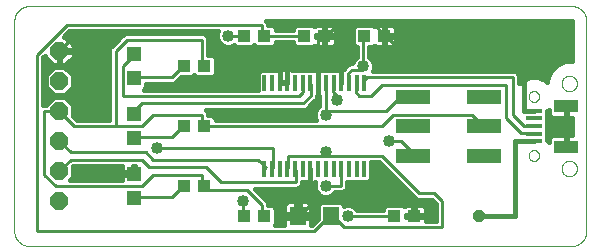
<source format=gtl>
G75*
%MOIN*%
%OFA0B0*%
%FSLAX25Y25*%
%IPPOS*%
%LPD*%
%AMOC8*
5,1,8,0,0,1.08239X$1,22.5*
%
%ADD10C,0.00000*%
%ADD11R,0.04331X0.03937*%
%ADD12R,0.05512X0.06299*%
%ADD13R,0.01370X0.05500*%
%ADD14OC8,0.06000*%
%ADD15R,0.04724X0.04724*%
%ADD16R,0.05315X0.01378*%
%ADD17R,0.08268X0.04331*%
%ADD18R,0.11811X0.04724*%
%ADD19C,0.01000*%
%ADD20C,0.04000*%
%ADD21C,0.01600*%
%ADD22OC8,0.03962*%
D10*
X0010800Y0005800D02*
X0191501Y0005800D01*
X0191641Y0005802D01*
X0191781Y0005808D01*
X0191921Y0005818D01*
X0192061Y0005831D01*
X0192200Y0005849D01*
X0192339Y0005871D01*
X0192476Y0005896D01*
X0192614Y0005925D01*
X0192750Y0005958D01*
X0192885Y0005995D01*
X0193019Y0006036D01*
X0193152Y0006081D01*
X0193284Y0006129D01*
X0193414Y0006181D01*
X0193543Y0006236D01*
X0193670Y0006295D01*
X0193796Y0006358D01*
X0193920Y0006424D01*
X0194041Y0006493D01*
X0194161Y0006566D01*
X0194279Y0006643D01*
X0194394Y0006722D01*
X0194508Y0006805D01*
X0194618Y0006891D01*
X0194727Y0006980D01*
X0194833Y0007072D01*
X0194936Y0007167D01*
X0195037Y0007264D01*
X0195134Y0007365D01*
X0195229Y0007468D01*
X0195321Y0007574D01*
X0195410Y0007683D01*
X0195496Y0007793D01*
X0195579Y0007907D01*
X0195658Y0008022D01*
X0195735Y0008140D01*
X0195808Y0008260D01*
X0195877Y0008381D01*
X0195943Y0008505D01*
X0196006Y0008631D01*
X0196065Y0008758D01*
X0196120Y0008887D01*
X0196172Y0009017D01*
X0196220Y0009149D01*
X0196265Y0009282D01*
X0196306Y0009416D01*
X0196343Y0009551D01*
X0196376Y0009687D01*
X0196405Y0009825D01*
X0196430Y0009962D01*
X0196452Y0010101D01*
X0196470Y0010240D01*
X0196483Y0010380D01*
X0196493Y0010520D01*
X0196499Y0010660D01*
X0196501Y0010800D01*
X0196501Y0080761D01*
X0196499Y0080901D01*
X0196493Y0081041D01*
X0196483Y0081181D01*
X0196470Y0081321D01*
X0196452Y0081460D01*
X0196430Y0081599D01*
X0196405Y0081736D01*
X0196376Y0081874D01*
X0196343Y0082010D01*
X0196306Y0082145D01*
X0196265Y0082279D01*
X0196220Y0082412D01*
X0196172Y0082544D01*
X0196120Y0082674D01*
X0196065Y0082803D01*
X0196006Y0082930D01*
X0195943Y0083056D01*
X0195877Y0083180D01*
X0195808Y0083301D01*
X0195735Y0083421D01*
X0195658Y0083539D01*
X0195579Y0083654D01*
X0195496Y0083768D01*
X0195410Y0083878D01*
X0195321Y0083987D01*
X0195229Y0084093D01*
X0195134Y0084196D01*
X0195037Y0084297D01*
X0194936Y0084394D01*
X0194833Y0084489D01*
X0194727Y0084581D01*
X0194618Y0084670D01*
X0194508Y0084756D01*
X0194394Y0084839D01*
X0194279Y0084918D01*
X0194161Y0084995D01*
X0194041Y0085068D01*
X0193920Y0085137D01*
X0193796Y0085203D01*
X0193670Y0085266D01*
X0193543Y0085325D01*
X0193414Y0085380D01*
X0193284Y0085432D01*
X0193152Y0085480D01*
X0193019Y0085525D01*
X0192885Y0085566D01*
X0192750Y0085603D01*
X0192614Y0085636D01*
X0192476Y0085665D01*
X0192339Y0085690D01*
X0192200Y0085712D01*
X0192061Y0085730D01*
X0191921Y0085743D01*
X0191781Y0085753D01*
X0191641Y0085759D01*
X0191501Y0085761D01*
X0010800Y0085761D01*
X0010660Y0085759D01*
X0010520Y0085753D01*
X0010380Y0085743D01*
X0010240Y0085730D01*
X0010101Y0085712D01*
X0009962Y0085690D01*
X0009825Y0085665D01*
X0009687Y0085636D01*
X0009551Y0085603D01*
X0009416Y0085566D01*
X0009282Y0085525D01*
X0009149Y0085480D01*
X0009017Y0085432D01*
X0008887Y0085380D01*
X0008758Y0085325D01*
X0008631Y0085266D01*
X0008505Y0085203D01*
X0008381Y0085137D01*
X0008260Y0085068D01*
X0008140Y0084995D01*
X0008022Y0084918D01*
X0007907Y0084839D01*
X0007793Y0084756D01*
X0007683Y0084670D01*
X0007574Y0084581D01*
X0007468Y0084489D01*
X0007365Y0084394D01*
X0007264Y0084297D01*
X0007167Y0084196D01*
X0007072Y0084093D01*
X0006980Y0083987D01*
X0006891Y0083878D01*
X0006805Y0083768D01*
X0006722Y0083654D01*
X0006643Y0083539D01*
X0006566Y0083421D01*
X0006493Y0083301D01*
X0006424Y0083180D01*
X0006358Y0083056D01*
X0006295Y0082930D01*
X0006236Y0082803D01*
X0006181Y0082674D01*
X0006129Y0082544D01*
X0006081Y0082412D01*
X0006036Y0082279D01*
X0005995Y0082145D01*
X0005958Y0082010D01*
X0005925Y0081874D01*
X0005896Y0081736D01*
X0005871Y0081599D01*
X0005849Y0081460D01*
X0005831Y0081321D01*
X0005818Y0081181D01*
X0005808Y0081041D01*
X0005802Y0080901D01*
X0005800Y0080761D01*
X0005800Y0010800D01*
X0005802Y0010660D01*
X0005808Y0010520D01*
X0005818Y0010380D01*
X0005831Y0010240D01*
X0005849Y0010101D01*
X0005871Y0009962D01*
X0005896Y0009825D01*
X0005925Y0009687D01*
X0005958Y0009551D01*
X0005995Y0009416D01*
X0006036Y0009282D01*
X0006081Y0009149D01*
X0006129Y0009017D01*
X0006181Y0008887D01*
X0006236Y0008758D01*
X0006295Y0008631D01*
X0006358Y0008505D01*
X0006424Y0008381D01*
X0006493Y0008260D01*
X0006566Y0008140D01*
X0006643Y0008022D01*
X0006722Y0007907D01*
X0006805Y0007793D01*
X0006891Y0007683D01*
X0006980Y0007574D01*
X0007072Y0007468D01*
X0007167Y0007365D01*
X0007264Y0007264D01*
X0007365Y0007167D01*
X0007468Y0007072D01*
X0007574Y0006980D01*
X0007683Y0006891D01*
X0007793Y0006805D01*
X0007907Y0006722D01*
X0008022Y0006643D01*
X0008140Y0006566D01*
X0008260Y0006493D01*
X0008381Y0006424D01*
X0008505Y0006358D01*
X0008631Y0006295D01*
X0008758Y0006236D01*
X0008887Y0006181D01*
X0009017Y0006129D01*
X0009149Y0006081D01*
X0009282Y0006036D01*
X0009416Y0005995D01*
X0009551Y0005958D01*
X0009687Y0005925D01*
X0009825Y0005896D01*
X0009962Y0005871D01*
X0010101Y0005849D01*
X0010240Y0005831D01*
X0010380Y0005818D01*
X0010520Y0005808D01*
X0010660Y0005802D01*
X0010800Y0005800D01*
X0177217Y0035957D02*
X0177219Y0036041D01*
X0177225Y0036124D01*
X0177235Y0036207D01*
X0177249Y0036290D01*
X0177266Y0036372D01*
X0177288Y0036453D01*
X0177313Y0036532D01*
X0177342Y0036611D01*
X0177375Y0036688D01*
X0177411Y0036763D01*
X0177451Y0036837D01*
X0177494Y0036909D01*
X0177541Y0036978D01*
X0177591Y0037045D01*
X0177644Y0037110D01*
X0177700Y0037172D01*
X0177758Y0037232D01*
X0177820Y0037289D01*
X0177884Y0037342D01*
X0177951Y0037393D01*
X0178020Y0037440D01*
X0178091Y0037485D01*
X0178164Y0037525D01*
X0178239Y0037562D01*
X0178316Y0037596D01*
X0178394Y0037626D01*
X0178473Y0037652D01*
X0178554Y0037675D01*
X0178636Y0037693D01*
X0178718Y0037708D01*
X0178801Y0037719D01*
X0178884Y0037726D01*
X0178968Y0037729D01*
X0179052Y0037728D01*
X0179135Y0037723D01*
X0179219Y0037714D01*
X0179301Y0037701D01*
X0179383Y0037685D01*
X0179464Y0037664D01*
X0179545Y0037640D01*
X0179623Y0037612D01*
X0179701Y0037580D01*
X0179777Y0037544D01*
X0179851Y0037505D01*
X0179923Y0037463D01*
X0179993Y0037417D01*
X0180061Y0037368D01*
X0180126Y0037316D01*
X0180189Y0037261D01*
X0180249Y0037203D01*
X0180307Y0037142D01*
X0180361Y0037078D01*
X0180413Y0037012D01*
X0180461Y0036944D01*
X0180506Y0036873D01*
X0180547Y0036800D01*
X0180586Y0036726D01*
X0180620Y0036650D01*
X0180651Y0036572D01*
X0180678Y0036493D01*
X0180702Y0036412D01*
X0180721Y0036331D01*
X0180737Y0036249D01*
X0180749Y0036166D01*
X0180757Y0036082D01*
X0180761Y0035999D01*
X0180761Y0035915D01*
X0180757Y0035832D01*
X0180749Y0035748D01*
X0180737Y0035665D01*
X0180721Y0035583D01*
X0180702Y0035502D01*
X0180678Y0035421D01*
X0180651Y0035342D01*
X0180620Y0035264D01*
X0180586Y0035188D01*
X0180547Y0035114D01*
X0180506Y0035041D01*
X0180461Y0034970D01*
X0180413Y0034902D01*
X0180361Y0034836D01*
X0180307Y0034772D01*
X0180249Y0034711D01*
X0180189Y0034653D01*
X0180126Y0034598D01*
X0180061Y0034546D01*
X0179993Y0034497D01*
X0179923Y0034451D01*
X0179851Y0034409D01*
X0179777Y0034370D01*
X0179701Y0034334D01*
X0179623Y0034302D01*
X0179545Y0034274D01*
X0179464Y0034250D01*
X0179383Y0034229D01*
X0179301Y0034213D01*
X0179219Y0034200D01*
X0179135Y0034191D01*
X0179052Y0034186D01*
X0178968Y0034185D01*
X0178884Y0034188D01*
X0178801Y0034195D01*
X0178718Y0034206D01*
X0178636Y0034221D01*
X0178554Y0034239D01*
X0178473Y0034262D01*
X0178394Y0034288D01*
X0178316Y0034318D01*
X0178239Y0034352D01*
X0178164Y0034389D01*
X0178091Y0034429D01*
X0178020Y0034474D01*
X0177951Y0034521D01*
X0177884Y0034572D01*
X0177820Y0034625D01*
X0177758Y0034682D01*
X0177700Y0034742D01*
X0177644Y0034804D01*
X0177591Y0034869D01*
X0177541Y0034936D01*
X0177494Y0035005D01*
X0177451Y0035077D01*
X0177411Y0035151D01*
X0177375Y0035226D01*
X0177342Y0035303D01*
X0177313Y0035382D01*
X0177288Y0035461D01*
X0177266Y0035542D01*
X0177249Y0035624D01*
X0177235Y0035707D01*
X0177225Y0035790D01*
X0177219Y0035873D01*
X0177217Y0035957D01*
X0188241Y0031627D02*
X0188243Y0031728D01*
X0188249Y0031829D01*
X0188259Y0031930D01*
X0188273Y0032030D01*
X0188291Y0032129D01*
X0188313Y0032228D01*
X0188338Y0032326D01*
X0188368Y0032423D01*
X0188401Y0032518D01*
X0188438Y0032612D01*
X0188479Y0032705D01*
X0188523Y0032796D01*
X0188571Y0032885D01*
X0188623Y0032972D01*
X0188678Y0033057D01*
X0188736Y0033139D01*
X0188797Y0033220D01*
X0188862Y0033298D01*
X0188929Y0033373D01*
X0188999Y0033445D01*
X0189073Y0033515D01*
X0189149Y0033582D01*
X0189227Y0033646D01*
X0189308Y0033706D01*
X0189391Y0033763D01*
X0189477Y0033817D01*
X0189565Y0033868D01*
X0189654Y0033915D01*
X0189745Y0033959D01*
X0189838Y0033998D01*
X0189933Y0034035D01*
X0190028Y0034067D01*
X0190125Y0034096D01*
X0190224Y0034120D01*
X0190322Y0034141D01*
X0190422Y0034158D01*
X0190522Y0034171D01*
X0190623Y0034180D01*
X0190724Y0034185D01*
X0190825Y0034186D01*
X0190926Y0034183D01*
X0191027Y0034176D01*
X0191128Y0034165D01*
X0191228Y0034150D01*
X0191327Y0034131D01*
X0191426Y0034108D01*
X0191523Y0034082D01*
X0191620Y0034051D01*
X0191715Y0034017D01*
X0191808Y0033979D01*
X0191901Y0033937D01*
X0191991Y0033892D01*
X0192080Y0033843D01*
X0192166Y0033791D01*
X0192250Y0033735D01*
X0192333Y0033676D01*
X0192412Y0033614D01*
X0192490Y0033549D01*
X0192564Y0033481D01*
X0192636Y0033409D01*
X0192705Y0033336D01*
X0192771Y0033259D01*
X0192834Y0033180D01*
X0192894Y0033098D01*
X0192950Y0033014D01*
X0193003Y0032928D01*
X0193053Y0032840D01*
X0193099Y0032750D01*
X0193142Y0032659D01*
X0193181Y0032565D01*
X0193216Y0032470D01*
X0193247Y0032374D01*
X0193275Y0032277D01*
X0193299Y0032179D01*
X0193319Y0032080D01*
X0193335Y0031980D01*
X0193347Y0031879D01*
X0193355Y0031779D01*
X0193359Y0031678D01*
X0193359Y0031576D01*
X0193355Y0031475D01*
X0193347Y0031375D01*
X0193335Y0031274D01*
X0193319Y0031174D01*
X0193299Y0031075D01*
X0193275Y0030977D01*
X0193247Y0030880D01*
X0193216Y0030784D01*
X0193181Y0030689D01*
X0193142Y0030595D01*
X0193099Y0030504D01*
X0193053Y0030414D01*
X0193003Y0030326D01*
X0192950Y0030240D01*
X0192894Y0030156D01*
X0192834Y0030074D01*
X0192771Y0029995D01*
X0192705Y0029918D01*
X0192636Y0029845D01*
X0192564Y0029773D01*
X0192490Y0029705D01*
X0192412Y0029640D01*
X0192333Y0029578D01*
X0192250Y0029519D01*
X0192166Y0029463D01*
X0192079Y0029411D01*
X0191991Y0029362D01*
X0191901Y0029317D01*
X0191808Y0029275D01*
X0191715Y0029237D01*
X0191620Y0029203D01*
X0191523Y0029172D01*
X0191426Y0029146D01*
X0191327Y0029123D01*
X0191228Y0029104D01*
X0191128Y0029089D01*
X0191027Y0029078D01*
X0190926Y0029071D01*
X0190825Y0029068D01*
X0190724Y0029069D01*
X0190623Y0029074D01*
X0190522Y0029083D01*
X0190422Y0029096D01*
X0190322Y0029113D01*
X0190224Y0029134D01*
X0190125Y0029158D01*
X0190028Y0029187D01*
X0189933Y0029219D01*
X0189838Y0029256D01*
X0189745Y0029295D01*
X0189654Y0029339D01*
X0189565Y0029386D01*
X0189477Y0029437D01*
X0189391Y0029491D01*
X0189308Y0029548D01*
X0189227Y0029608D01*
X0189149Y0029672D01*
X0189073Y0029739D01*
X0188999Y0029809D01*
X0188929Y0029881D01*
X0188862Y0029956D01*
X0188797Y0030034D01*
X0188736Y0030115D01*
X0188678Y0030197D01*
X0188623Y0030282D01*
X0188571Y0030369D01*
X0188523Y0030458D01*
X0188479Y0030549D01*
X0188438Y0030642D01*
X0188401Y0030736D01*
X0188368Y0030831D01*
X0188338Y0030928D01*
X0188313Y0031026D01*
X0188291Y0031125D01*
X0188273Y0031224D01*
X0188259Y0031324D01*
X0188249Y0031425D01*
X0188243Y0031526D01*
X0188241Y0031627D01*
X0177217Y0055643D02*
X0177219Y0055727D01*
X0177225Y0055810D01*
X0177235Y0055893D01*
X0177249Y0055976D01*
X0177266Y0056058D01*
X0177288Y0056139D01*
X0177313Y0056218D01*
X0177342Y0056297D01*
X0177375Y0056374D01*
X0177411Y0056449D01*
X0177451Y0056523D01*
X0177494Y0056595D01*
X0177541Y0056664D01*
X0177591Y0056731D01*
X0177644Y0056796D01*
X0177700Y0056858D01*
X0177758Y0056918D01*
X0177820Y0056975D01*
X0177884Y0057028D01*
X0177951Y0057079D01*
X0178020Y0057126D01*
X0178091Y0057171D01*
X0178164Y0057211D01*
X0178239Y0057248D01*
X0178316Y0057282D01*
X0178394Y0057312D01*
X0178473Y0057338D01*
X0178554Y0057361D01*
X0178636Y0057379D01*
X0178718Y0057394D01*
X0178801Y0057405D01*
X0178884Y0057412D01*
X0178968Y0057415D01*
X0179052Y0057414D01*
X0179135Y0057409D01*
X0179219Y0057400D01*
X0179301Y0057387D01*
X0179383Y0057371D01*
X0179464Y0057350D01*
X0179545Y0057326D01*
X0179623Y0057298D01*
X0179701Y0057266D01*
X0179777Y0057230D01*
X0179851Y0057191D01*
X0179923Y0057149D01*
X0179993Y0057103D01*
X0180061Y0057054D01*
X0180126Y0057002D01*
X0180189Y0056947D01*
X0180249Y0056889D01*
X0180307Y0056828D01*
X0180361Y0056764D01*
X0180413Y0056698D01*
X0180461Y0056630D01*
X0180506Y0056559D01*
X0180547Y0056486D01*
X0180586Y0056412D01*
X0180620Y0056336D01*
X0180651Y0056258D01*
X0180678Y0056179D01*
X0180702Y0056098D01*
X0180721Y0056017D01*
X0180737Y0055935D01*
X0180749Y0055852D01*
X0180757Y0055768D01*
X0180761Y0055685D01*
X0180761Y0055601D01*
X0180757Y0055518D01*
X0180749Y0055434D01*
X0180737Y0055351D01*
X0180721Y0055269D01*
X0180702Y0055188D01*
X0180678Y0055107D01*
X0180651Y0055028D01*
X0180620Y0054950D01*
X0180586Y0054874D01*
X0180547Y0054800D01*
X0180506Y0054727D01*
X0180461Y0054656D01*
X0180413Y0054588D01*
X0180361Y0054522D01*
X0180307Y0054458D01*
X0180249Y0054397D01*
X0180189Y0054339D01*
X0180126Y0054284D01*
X0180061Y0054232D01*
X0179993Y0054183D01*
X0179923Y0054137D01*
X0179851Y0054095D01*
X0179777Y0054056D01*
X0179701Y0054020D01*
X0179623Y0053988D01*
X0179545Y0053960D01*
X0179464Y0053936D01*
X0179383Y0053915D01*
X0179301Y0053899D01*
X0179219Y0053886D01*
X0179135Y0053877D01*
X0179052Y0053872D01*
X0178968Y0053871D01*
X0178884Y0053874D01*
X0178801Y0053881D01*
X0178718Y0053892D01*
X0178636Y0053907D01*
X0178554Y0053925D01*
X0178473Y0053948D01*
X0178394Y0053974D01*
X0178316Y0054004D01*
X0178239Y0054038D01*
X0178164Y0054075D01*
X0178091Y0054115D01*
X0178020Y0054160D01*
X0177951Y0054207D01*
X0177884Y0054258D01*
X0177820Y0054311D01*
X0177758Y0054368D01*
X0177700Y0054428D01*
X0177644Y0054490D01*
X0177591Y0054555D01*
X0177541Y0054622D01*
X0177494Y0054691D01*
X0177451Y0054763D01*
X0177411Y0054837D01*
X0177375Y0054912D01*
X0177342Y0054989D01*
X0177313Y0055068D01*
X0177288Y0055147D01*
X0177266Y0055228D01*
X0177249Y0055310D01*
X0177235Y0055393D01*
X0177225Y0055476D01*
X0177219Y0055559D01*
X0177217Y0055643D01*
X0188241Y0059973D02*
X0188243Y0060074D01*
X0188249Y0060175D01*
X0188259Y0060276D01*
X0188273Y0060376D01*
X0188291Y0060475D01*
X0188313Y0060574D01*
X0188338Y0060672D01*
X0188368Y0060769D01*
X0188401Y0060864D01*
X0188438Y0060958D01*
X0188479Y0061051D01*
X0188523Y0061142D01*
X0188571Y0061231D01*
X0188623Y0061318D01*
X0188678Y0061403D01*
X0188736Y0061485D01*
X0188797Y0061566D01*
X0188862Y0061644D01*
X0188929Y0061719D01*
X0188999Y0061791D01*
X0189073Y0061861D01*
X0189149Y0061928D01*
X0189227Y0061992D01*
X0189308Y0062052D01*
X0189391Y0062109D01*
X0189477Y0062163D01*
X0189565Y0062214D01*
X0189654Y0062261D01*
X0189745Y0062305D01*
X0189838Y0062344D01*
X0189933Y0062381D01*
X0190028Y0062413D01*
X0190125Y0062442D01*
X0190224Y0062466D01*
X0190322Y0062487D01*
X0190422Y0062504D01*
X0190522Y0062517D01*
X0190623Y0062526D01*
X0190724Y0062531D01*
X0190825Y0062532D01*
X0190926Y0062529D01*
X0191027Y0062522D01*
X0191128Y0062511D01*
X0191228Y0062496D01*
X0191327Y0062477D01*
X0191426Y0062454D01*
X0191523Y0062428D01*
X0191620Y0062397D01*
X0191715Y0062363D01*
X0191808Y0062325D01*
X0191901Y0062283D01*
X0191991Y0062238D01*
X0192080Y0062189D01*
X0192166Y0062137D01*
X0192250Y0062081D01*
X0192333Y0062022D01*
X0192412Y0061960D01*
X0192490Y0061895D01*
X0192564Y0061827D01*
X0192636Y0061755D01*
X0192705Y0061682D01*
X0192771Y0061605D01*
X0192834Y0061526D01*
X0192894Y0061444D01*
X0192950Y0061360D01*
X0193003Y0061274D01*
X0193053Y0061186D01*
X0193099Y0061096D01*
X0193142Y0061005D01*
X0193181Y0060911D01*
X0193216Y0060816D01*
X0193247Y0060720D01*
X0193275Y0060623D01*
X0193299Y0060525D01*
X0193319Y0060426D01*
X0193335Y0060326D01*
X0193347Y0060225D01*
X0193355Y0060125D01*
X0193359Y0060024D01*
X0193359Y0059922D01*
X0193355Y0059821D01*
X0193347Y0059721D01*
X0193335Y0059620D01*
X0193319Y0059520D01*
X0193299Y0059421D01*
X0193275Y0059323D01*
X0193247Y0059226D01*
X0193216Y0059130D01*
X0193181Y0059035D01*
X0193142Y0058941D01*
X0193099Y0058850D01*
X0193053Y0058760D01*
X0193003Y0058672D01*
X0192950Y0058586D01*
X0192894Y0058502D01*
X0192834Y0058420D01*
X0192771Y0058341D01*
X0192705Y0058264D01*
X0192636Y0058191D01*
X0192564Y0058119D01*
X0192490Y0058051D01*
X0192412Y0057986D01*
X0192333Y0057924D01*
X0192250Y0057865D01*
X0192166Y0057809D01*
X0192079Y0057757D01*
X0191991Y0057708D01*
X0191901Y0057663D01*
X0191808Y0057621D01*
X0191715Y0057583D01*
X0191620Y0057549D01*
X0191523Y0057518D01*
X0191426Y0057492D01*
X0191327Y0057469D01*
X0191228Y0057450D01*
X0191128Y0057435D01*
X0191027Y0057424D01*
X0190926Y0057417D01*
X0190825Y0057414D01*
X0190724Y0057415D01*
X0190623Y0057420D01*
X0190522Y0057429D01*
X0190422Y0057442D01*
X0190322Y0057459D01*
X0190224Y0057480D01*
X0190125Y0057504D01*
X0190028Y0057533D01*
X0189933Y0057565D01*
X0189838Y0057602D01*
X0189745Y0057641D01*
X0189654Y0057685D01*
X0189565Y0057732D01*
X0189477Y0057783D01*
X0189391Y0057837D01*
X0189308Y0057894D01*
X0189227Y0057954D01*
X0189149Y0058018D01*
X0189073Y0058085D01*
X0188999Y0058155D01*
X0188929Y0058227D01*
X0188862Y0058302D01*
X0188797Y0058380D01*
X0188736Y0058461D01*
X0188678Y0058543D01*
X0188623Y0058628D01*
X0188571Y0058715D01*
X0188523Y0058804D01*
X0188479Y0058895D01*
X0188438Y0058988D01*
X0188401Y0059082D01*
X0188368Y0059177D01*
X0188338Y0059274D01*
X0188313Y0059372D01*
X0188291Y0059471D01*
X0188273Y0059570D01*
X0188259Y0059670D01*
X0188249Y0059771D01*
X0188243Y0059872D01*
X0188241Y0059973D01*
D11*
X0129146Y0075800D03*
X0122454Y0075800D03*
X0109146Y0075800D03*
X0102454Y0075800D03*
X0089146Y0075800D03*
X0082454Y0075800D03*
X0069146Y0065800D03*
X0062454Y0065800D03*
X0062454Y0045800D03*
X0069146Y0045800D03*
X0069146Y0025800D03*
X0062454Y0025800D03*
X0082454Y0015800D03*
X0089146Y0015800D03*
X0132454Y0015800D03*
X0139146Y0015800D03*
D12*
X0111312Y0015800D03*
X0100288Y0015800D03*
D13*
X0099402Y0031406D03*
X0096843Y0031406D03*
X0094284Y0031406D03*
X0091725Y0031406D03*
X0089166Y0031406D03*
X0101961Y0031406D03*
X0104520Y0031406D03*
X0107080Y0031406D03*
X0109639Y0031406D03*
X0112198Y0031406D03*
X0114757Y0031406D03*
X0117316Y0031406D03*
X0119875Y0031406D03*
X0122434Y0031406D03*
X0122434Y0060194D03*
X0119875Y0060194D03*
X0117316Y0060194D03*
X0114757Y0060194D03*
X0112198Y0060194D03*
X0109639Y0060194D03*
X0107080Y0060194D03*
X0104520Y0060194D03*
X0101961Y0060194D03*
X0099402Y0060194D03*
X0096843Y0060194D03*
X0094284Y0060194D03*
X0091725Y0060194D03*
X0089166Y0060194D03*
D14*
X0020800Y0060800D03*
X0020800Y0050800D03*
X0020800Y0040800D03*
X0020800Y0030800D03*
X0020800Y0020800D03*
X0020800Y0070800D03*
D15*
X0045800Y0069934D03*
X0045800Y0061666D03*
X0045800Y0049934D03*
X0045800Y0041666D03*
X0045800Y0029934D03*
X0045800Y0021666D03*
D16*
X0178989Y0040682D03*
X0178989Y0043241D03*
X0178989Y0045800D03*
X0178989Y0048359D03*
X0178989Y0050918D03*
D17*
X0189831Y0052375D03*
X0189831Y0038831D03*
D18*
X0162335Y0035839D03*
X0162335Y0045682D03*
X0162335Y0055524D03*
X0138713Y0055524D03*
X0138713Y0045682D03*
X0138713Y0035839D03*
D19*
X0138300Y0037050D01*
X0134550Y0040800D01*
X0130800Y0040800D01*
X0128300Y0035800D02*
X0140800Y0023300D01*
X0145800Y0023300D01*
X0148300Y0020800D01*
X0148300Y0012050D01*
X0115800Y0012050D01*
X0112050Y0015800D01*
X0111312Y0015800D01*
X0110800Y0015800D01*
X0105800Y0010800D01*
X0013300Y0010800D01*
X0013300Y0069550D01*
X0023300Y0079550D01*
X0088300Y0079550D01*
X0088300Y0075800D01*
X0089146Y0075800D01*
X0102454Y0075800D01*
X0107050Y0075800D02*
X0109146Y0075800D01*
X0109550Y0075800D01*
X0113300Y0079550D01*
X0125800Y0079550D01*
X0129550Y0075800D01*
X0129146Y0075800D01*
X0129550Y0075800D02*
X0134550Y0070800D01*
X0122454Y0075800D02*
X0122050Y0075800D01*
X0122050Y0065800D01*
X0122050Y0064550D01*
X0118300Y0064550D01*
X0117050Y0063300D01*
X0117050Y0060800D01*
X0117316Y0060194D01*
X0119550Y0059550D02*
X0119875Y0060194D01*
X0119550Y0059550D02*
X0119550Y0057050D01*
X0120800Y0055800D01*
X0124550Y0055800D01*
X0128300Y0059550D01*
X0169550Y0059550D01*
X0169550Y0048300D01*
X0174550Y0043300D01*
X0178300Y0043300D01*
X0178989Y0043241D01*
X0178989Y0045800D02*
X0175800Y0045800D01*
X0172050Y0049550D01*
X0172050Y0062050D01*
X0123300Y0062050D01*
X0122050Y0060800D01*
X0122434Y0060194D01*
X0114757Y0060194D02*
X0114550Y0060800D01*
X0114550Y0064550D01*
X0107050Y0064550D01*
X0097050Y0064550D01*
X0089550Y0072050D01*
X0074550Y0072050D01*
X0069550Y0077050D01*
X0027050Y0077050D01*
X0020800Y0070800D01*
X0039550Y0070800D02*
X0039550Y0045800D01*
X0048300Y0045800D01*
X0052050Y0049550D01*
X0068300Y0049550D01*
X0068300Y0045800D01*
X0069146Y0045800D01*
X0128300Y0045800D01*
X0132050Y0049550D01*
X0158300Y0049550D01*
X0162050Y0045800D01*
X0162335Y0045682D01*
X0186550Y0044550D02*
X0189550Y0044550D01*
X0189550Y0039550D01*
X0189831Y0038831D01*
X0189550Y0044550D02*
X0189550Y0052050D01*
X0189831Y0052375D01*
X0138713Y0055524D02*
X0138300Y0054550D01*
X0133300Y0054550D01*
X0129550Y0050800D01*
X0109550Y0050800D01*
X0109550Y0049550D01*
X0109550Y0050800D02*
X0109550Y0059550D01*
X0109639Y0060194D01*
X0112050Y0059550D02*
X0112198Y0060194D01*
X0112050Y0059550D02*
X0112050Y0057050D01*
X0113300Y0055800D01*
X0113300Y0054550D01*
X0104550Y0055800D02*
X0104550Y0059550D01*
X0104520Y0060194D01*
X0102050Y0059550D02*
X0101961Y0060194D01*
X0102050Y0059550D02*
X0102050Y0057050D01*
X0100800Y0055800D01*
X0042050Y0055800D01*
X0042050Y0065800D01*
X0045800Y0069550D01*
X0045800Y0069934D01*
X0043300Y0074550D02*
X0039550Y0070800D01*
X0043300Y0074550D02*
X0068300Y0074550D01*
X0068300Y0065800D01*
X0069146Y0065800D01*
X0062454Y0065800D02*
X0062050Y0065800D01*
X0058300Y0062050D01*
X0045800Y0062050D01*
X0045800Y0061666D01*
X0048300Y0053300D02*
X0102050Y0053300D01*
X0104550Y0055800D01*
X0107080Y0060194D02*
X0107050Y0060800D01*
X0107050Y0064550D01*
X0107050Y0075800D01*
X0097050Y0064550D02*
X0097050Y0060800D01*
X0096843Y0060194D01*
X0097050Y0060800D02*
X0094550Y0060800D01*
X0094284Y0060194D01*
X0082454Y0075800D02*
X0077050Y0075800D01*
X0048300Y0053300D02*
X0045800Y0050800D01*
X0045800Y0049934D01*
X0039550Y0045800D02*
X0025800Y0045800D01*
X0020800Y0050800D01*
X0015800Y0050800D01*
X0015800Y0029550D01*
X0019550Y0025800D01*
X0048300Y0025800D01*
X0052050Y0029550D01*
X0068300Y0029550D01*
X0068300Y0025800D01*
X0069146Y0025800D01*
X0069550Y0025800D01*
X0070800Y0024550D01*
X0083300Y0024550D01*
X0088300Y0019550D01*
X0088300Y0015800D01*
X0089146Y0015800D01*
X0082454Y0015800D02*
X0082050Y0015800D01*
X0082050Y0020800D01*
X0074550Y0027050D02*
X0069550Y0032050D01*
X0050800Y0032050D01*
X0048300Y0034550D01*
X0024550Y0034550D01*
X0020800Y0030800D01*
X0024550Y0037050D02*
X0020800Y0040800D01*
X0024550Y0037050D02*
X0049550Y0037050D01*
X0052050Y0034550D01*
X0087050Y0034550D01*
X0089550Y0032050D01*
X0089166Y0031406D01*
X0091725Y0031406D02*
X0092050Y0032050D01*
X0092050Y0038300D01*
X0053300Y0038300D01*
X0058300Y0042050D02*
X0045800Y0042050D01*
X0045800Y0041666D01*
X0058300Y0042050D02*
X0062050Y0045800D01*
X0062454Y0045800D01*
X0045800Y0030800D02*
X0037050Y0030800D01*
X0045800Y0030800D02*
X0045800Y0029934D01*
X0045800Y0022050D02*
X0045800Y0021666D01*
X0045800Y0022050D02*
X0058300Y0022050D01*
X0062050Y0025800D01*
X0062454Y0025800D01*
X0074550Y0027050D02*
X0099550Y0027050D01*
X0099550Y0030800D01*
X0099402Y0031406D01*
X0097050Y0032050D02*
X0096843Y0031406D01*
X0097050Y0032050D02*
X0097050Y0035800D01*
X0109550Y0035800D01*
X0109550Y0037050D01*
X0109550Y0035800D02*
X0128300Y0035800D01*
X0114757Y0031406D02*
X0114550Y0030800D01*
X0114550Y0025800D01*
X0109550Y0025800D01*
X0105800Y0020800D02*
X0104550Y0020800D01*
X0104550Y0030800D01*
X0104520Y0031406D01*
X0105800Y0020800D02*
X0100800Y0015800D01*
X0100288Y0015800D01*
X0105800Y0020800D02*
X0138300Y0020800D01*
X0138300Y0015800D01*
X0139146Y0015800D01*
X0132454Y0015800D02*
X0117050Y0015800D01*
D20*
X0117050Y0015800D03*
X0138300Y0020800D03*
X0109550Y0025800D03*
X0109550Y0037050D03*
X0130800Y0040800D03*
X0109550Y0049550D03*
X0113300Y0054550D03*
X0122050Y0065800D03*
X0134550Y0070800D03*
X0077050Y0075800D03*
X0053300Y0038300D03*
X0037050Y0030800D03*
X0082050Y0020800D03*
X0186550Y0044550D03*
D21*
X0183246Y0044164D02*
X0191701Y0044164D01*
X0191701Y0045763D02*
X0183246Y0045763D01*
X0183246Y0047361D02*
X0191701Y0047361D01*
X0191701Y0048409D02*
X0190114Y0048409D01*
X0190114Y0052092D01*
X0189549Y0052092D01*
X0189549Y0048409D01*
X0185461Y0048409D01*
X0185003Y0048532D01*
X0184592Y0048769D01*
X0184257Y0049104D01*
X0184020Y0049515D01*
X0183898Y0049972D01*
X0183898Y0051257D01*
X0183446Y0050806D01*
X0183446Y0049992D01*
X0183324Y0049534D01*
X0183246Y0049400D01*
X0183246Y0040994D01*
X0183898Y0040343D01*
X0183898Y0041234D01*
X0184020Y0041692D01*
X0184257Y0042102D01*
X0184592Y0042437D01*
X0185003Y0042674D01*
X0185461Y0042797D01*
X0189549Y0042797D01*
X0189549Y0039114D01*
X0190114Y0039114D01*
X0190114Y0042797D01*
X0191701Y0042797D01*
X0191701Y0048409D01*
X0190114Y0048960D02*
X0189549Y0048960D01*
X0189549Y0050558D02*
X0190114Y0050558D01*
X0184402Y0048960D02*
X0183246Y0048960D01*
X0183446Y0050558D02*
X0183898Y0050558D01*
X0178989Y0050918D02*
X0175800Y0050918D01*
X0175800Y0073800D01*
X0134550Y0073800D01*
X0134550Y0070800D01*
X0132007Y0072154D02*
X0131549Y0072031D01*
X0129331Y0072031D01*
X0129331Y0075616D01*
X0129331Y0075984D01*
X0133112Y0075984D01*
X0133112Y0078005D01*
X0132989Y0078463D01*
X0132752Y0078874D01*
X0132417Y0079209D01*
X0132007Y0079446D01*
X0131549Y0079568D01*
X0129331Y0079568D01*
X0129331Y0075984D01*
X0128962Y0075984D01*
X0128962Y0079568D01*
X0126744Y0079568D01*
X0126286Y0079446D01*
X0125876Y0079209D01*
X0125659Y0078992D01*
X0125282Y0079368D01*
X0119625Y0079368D01*
X0118688Y0078431D01*
X0118688Y0073169D01*
X0119625Y0072231D01*
X0119950Y0072231D01*
X0119950Y0068791D01*
X0118998Y0067839D01*
X0118505Y0066650D01*
X0117430Y0066650D01*
X0116180Y0065400D01*
X0115524Y0064744D01*
X0114757Y0064744D01*
X0114757Y0060194D01*
X0114757Y0060194D01*
X0114757Y0064744D01*
X0113835Y0064744D01*
X0113377Y0064621D01*
X0113243Y0064544D01*
X0108593Y0064544D01*
X0108459Y0064621D01*
X0108002Y0064744D01*
X0107080Y0064744D01*
X0107080Y0060194D01*
X0107079Y0060194D01*
X0107079Y0064744D01*
X0106158Y0064744D01*
X0105700Y0064621D01*
X0105566Y0064544D01*
X0098357Y0064544D01*
X0098223Y0064621D01*
X0097765Y0064744D01*
X0096843Y0064744D01*
X0095921Y0064744D01*
X0095564Y0064648D01*
X0095206Y0064744D01*
X0094284Y0064744D01*
X0093362Y0064744D01*
X0092904Y0064621D01*
X0092770Y0064544D01*
X0087818Y0064544D01*
X0086881Y0063606D01*
X0086881Y0057900D01*
X0049021Y0057900D01*
X0049762Y0058641D01*
X0049762Y0059950D01*
X0059170Y0059950D01*
X0060400Y0061180D01*
X0061451Y0062231D01*
X0065282Y0062231D01*
X0065800Y0062750D01*
X0066318Y0062231D01*
X0071975Y0062231D01*
X0072912Y0063169D01*
X0072912Y0068431D01*
X0071975Y0069368D01*
X0070400Y0069368D01*
X0070400Y0075420D01*
X0069170Y0076650D01*
X0042430Y0076650D01*
X0038680Y0072900D01*
X0037450Y0071670D01*
X0037450Y0047900D01*
X0026670Y0047900D01*
X0025400Y0049170D01*
X0025400Y0052705D01*
X0022705Y0055400D01*
X0018895Y0055400D01*
X0016395Y0052900D01*
X0015400Y0052900D01*
X0015400Y0068680D01*
X0016000Y0069280D01*
X0016000Y0068812D01*
X0018812Y0066000D01*
X0020600Y0066000D01*
X0020600Y0070600D01*
X0021000Y0070600D01*
X0021000Y0071000D01*
X0025600Y0071000D01*
X0025600Y0072788D01*
X0022788Y0075600D01*
X0022320Y0075600D01*
X0024170Y0077450D01*
X0073837Y0077450D01*
X0073450Y0076516D01*
X0073450Y0075084D01*
X0073998Y0073761D01*
X0075011Y0072748D01*
X0076334Y0072200D01*
X0077766Y0072200D01*
X0079089Y0072748D01*
X0079099Y0072758D01*
X0079625Y0072231D01*
X0085282Y0072231D01*
X0085800Y0072750D01*
X0086318Y0072231D01*
X0091975Y0072231D01*
X0092912Y0073169D01*
X0092912Y0073700D01*
X0098688Y0073700D01*
X0098688Y0073169D01*
X0099625Y0072231D01*
X0105282Y0072231D01*
X0105659Y0072608D01*
X0105876Y0072391D01*
X0106286Y0072154D01*
X0106744Y0072031D01*
X0108962Y0072031D01*
X0108962Y0075616D01*
X0106219Y0075616D01*
X0106219Y0075984D01*
X0108962Y0075984D01*
X0108962Y0075616D01*
X0109331Y0075616D01*
X0109331Y0075984D01*
X0113112Y0075984D01*
X0113112Y0078005D01*
X0112989Y0078463D01*
X0112752Y0078874D01*
X0112417Y0079209D01*
X0112007Y0079446D01*
X0111549Y0079568D01*
X0109331Y0079568D01*
X0109331Y0075984D01*
X0108962Y0075984D01*
X0108962Y0079568D01*
X0106744Y0079568D01*
X0106286Y0079446D01*
X0105876Y0079209D01*
X0105659Y0078992D01*
X0105282Y0079368D01*
X0099625Y0079368D01*
X0098688Y0078431D01*
X0098688Y0077900D01*
X0092912Y0077900D01*
X0092912Y0078431D01*
X0091975Y0079368D01*
X0090400Y0079368D01*
X0090400Y0080420D01*
X0089859Y0080961D01*
X0191501Y0080961D01*
X0191532Y0080958D01*
X0191592Y0080939D01*
X0191642Y0080902D01*
X0191679Y0080851D01*
X0191698Y0080792D01*
X0191701Y0080761D01*
X0191701Y0067332D01*
X0189336Y0067332D01*
X0186631Y0066212D01*
X0184561Y0064142D01*
X0183441Y0061437D01*
X0183441Y0060484D01*
X0182712Y0061214D01*
X0180296Y0062214D01*
X0177682Y0062214D01*
X0175266Y0061214D01*
X0174150Y0060097D01*
X0174150Y0062920D01*
X0172920Y0064150D01*
X0125263Y0064150D01*
X0125650Y0065084D01*
X0125650Y0066516D01*
X0125102Y0067839D01*
X0124150Y0068791D01*
X0124150Y0072231D01*
X0125282Y0072231D01*
X0125659Y0072608D01*
X0125876Y0072391D01*
X0126286Y0072154D01*
X0126744Y0072031D01*
X0128962Y0072031D01*
X0128962Y0075616D01*
X0129331Y0075616D01*
X0133112Y0075616D01*
X0133112Y0073595D01*
X0132989Y0073137D01*
X0132752Y0072726D01*
X0132417Y0072391D01*
X0132007Y0072154D01*
X0132874Y0072937D02*
X0191701Y0072937D01*
X0191701Y0071339D02*
X0124150Y0071339D01*
X0124150Y0069740D02*
X0191701Y0069740D01*
X0191701Y0068142D02*
X0124799Y0068142D01*
X0125639Y0066543D02*
X0187432Y0066543D01*
X0185364Y0064945D02*
X0125592Y0064945D01*
X0119301Y0068142D02*
X0072912Y0068142D01*
X0072912Y0066543D02*
X0117324Y0066543D01*
X0115725Y0064945D02*
X0072912Y0064945D01*
X0072912Y0063346D02*
X0086881Y0063346D01*
X0086881Y0061748D02*
X0060968Y0061748D01*
X0059369Y0060149D02*
X0086881Y0060149D01*
X0086881Y0058551D02*
X0049672Y0058551D01*
X0037450Y0058551D02*
X0025056Y0058551D01*
X0025400Y0058895D02*
X0022705Y0056200D01*
X0018895Y0056200D01*
X0016200Y0058895D01*
X0016200Y0062705D01*
X0018895Y0065400D01*
X0022705Y0065400D01*
X0025400Y0062705D01*
X0025400Y0058895D01*
X0025400Y0060149D02*
X0037450Y0060149D01*
X0037450Y0061748D02*
X0025400Y0061748D01*
X0024759Y0063346D02*
X0037450Y0063346D01*
X0037450Y0064945D02*
X0023160Y0064945D01*
X0022788Y0066000D02*
X0021000Y0066000D01*
X0021000Y0070600D01*
X0025600Y0070600D01*
X0025600Y0068812D01*
X0022788Y0066000D01*
X0023332Y0066543D02*
X0037450Y0066543D01*
X0037450Y0068142D02*
X0024930Y0068142D01*
X0025600Y0069740D02*
X0037450Y0069740D01*
X0037450Y0071339D02*
X0025600Y0071339D01*
X0025451Y0072937D02*
X0038718Y0072937D01*
X0040316Y0074536D02*
X0023852Y0074536D01*
X0022854Y0076134D02*
X0041915Y0076134D01*
X0021000Y0069740D02*
X0020600Y0069740D01*
X0020600Y0068142D02*
X0021000Y0068142D01*
X0021000Y0066543D02*
X0020600Y0066543D01*
X0018268Y0066543D02*
X0015400Y0066543D01*
X0015400Y0068142D02*
X0016670Y0068142D01*
X0015400Y0064945D02*
X0018440Y0064945D01*
X0016841Y0063346D02*
X0015400Y0063346D01*
X0015400Y0061748D02*
X0016200Y0061748D01*
X0016200Y0060149D02*
X0015400Y0060149D01*
X0015400Y0058551D02*
X0016544Y0058551D01*
X0015400Y0056952D02*
X0018142Y0056952D01*
X0018848Y0055354D02*
X0015400Y0055354D01*
X0015400Y0053755D02*
X0017250Y0053755D01*
X0022752Y0055354D02*
X0037450Y0055354D01*
X0037450Y0056952D02*
X0023458Y0056952D01*
X0024350Y0053755D02*
X0037450Y0053755D01*
X0037450Y0052157D02*
X0025400Y0052157D01*
X0025400Y0050558D02*
X0037450Y0050558D01*
X0037450Y0048960D02*
X0025610Y0048960D01*
X0025420Y0032450D02*
X0041638Y0032450D01*
X0041638Y0030315D01*
X0045419Y0030315D01*
X0045419Y0032450D01*
X0046181Y0032450D01*
X0046181Y0030315D01*
X0045419Y0030315D01*
X0045419Y0029553D01*
X0041638Y0029553D01*
X0041638Y0027900D01*
X0024405Y0027900D01*
X0025400Y0028895D01*
X0025400Y0032430D01*
X0025420Y0032450D01*
X0025400Y0031376D02*
X0041638Y0031376D01*
X0045419Y0031376D02*
X0046181Y0031376D01*
X0045419Y0029778D02*
X0025400Y0029778D01*
X0024685Y0028179D02*
X0041638Y0028179D01*
X0072912Y0047900D02*
X0072912Y0048431D01*
X0071975Y0049368D01*
X0070400Y0049368D01*
X0070400Y0050420D01*
X0069620Y0051200D01*
X0102920Y0051200D01*
X0105420Y0053700D01*
X0106650Y0054930D01*
X0106650Y0055644D01*
X0107079Y0055644D01*
X0107079Y0060194D01*
X0107080Y0060194D01*
X0107080Y0055644D01*
X0107450Y0055644D01*
X0107450Y0052541D01*
X0106498Y0051589D01*
X0105950Y0050266D01*
X0105950Y0048834D01*
X0106337Y0047900D01*
X0072912Y0047900D01*
X0072383Y0048960D02*
X0105950Y0048960D01*
X0106071Y0050558D02*
X0070262Y0050558D01*
X0094284Y0060194D02*
X0094284Y0064744D01*
X0094284Y0060194D01*
X0094284Y0060194D01*
X0096843Y0060194D01*
X0096843Y0064744D01*
X0096843Y0060194D01*
X0096843Y0060194D01*
X0096843Y0060194D01*
X0094358Y0060194D01*
X0094284Y0060194D01*
X0094284Y0060194D01*
X0094284Y0061748D02*
X0094284Y0061748D01*
X0094284Y0063346D02*
X0094284Y0063346D01*
X0096843Y0063346D02*
X0096843Y0063346D01*
X0096843Y0061748D02*
X0096843Y0061748D01*
X0107079Y0061748D02*
X0107080Y0061748D01*
X0107079Y0060149D02*
X0107080Y0060149D01*
X0107079Y0058551D02*
X0107080Y0058551D01*
X0107079Y0056952D02*
X0107080Y0056952D01*
X0107450Y0055354D02*
X0106650Y0055354D01*
X0107450Y0053755D02*
X0105475Y0053755D01*
X0107066Y0052157D02*
X0103877Y0052157D01*
X0114757Y0061748D02*
X0114757Y0061748D01*
X0114757Y0063346D02*
X0114757Y0063346D01*
X0107080Y0063346D02*
X0107079Y0063346D01*
X0119950Y0069740D02*
X0070400Y0069740D01*
X0070400Y0071339D02*
X0119950Y0071339D01*
X0118919Y0072937D02*
X0112874Y0072937D01*
X0112989Y0073137D02*
X0113112Y0073595D01*
X0113112Y0075616D01*
X0109331Y0075616D01*
X0109331Y0072031D01*
X0111549Y0072031D01*
X0112007Y0072154D01*
X0112417Y0072391D01*
X0112752Y0072726D01*
X0112989Y0073137D01*
X0113112Y0074536D02*
X0118688Y0074536D01*
X0118688Y0076134D02*
X0113112Y0076134D01*
X0113112Y0077733D02*
X0118688Y0077733D01*
X0119588Y0079332D02*
X0112205Y0079332D01*
X0109331Y0079332D02*
X0108962Y0079332D01*
X0108962Y0077733D02*
X0109331Y0077733D01*
X0109331Y0076134D02*
X0108962Y0076134D01*
X0108962Y0074536D02*
X0109331Y0074536D01*
X0109331Y0072937D02*
X0108962Y0072937D01*
X0098919Y0072937D02*
X0092681Y0072937D01*
X0092012Y0079332D02*
X0099588Y0079332D01*
X0105319Y0079332D02*
X0106088Y0079332D01*
X0089890Y0080930D02*
X0191604Y0080930D01*
X0191701Y0079332D02*
X0132205Y0079332D01*
X0133112Y0077733D02*
X0191701Y0077733D01*
X0191701Y0076134D02*
X0133112Y0076134D01*
X0129331Y0076134D02*
X0128962Y0076134D01*
X0128962Y0074536D02*
X0129331Y0074536D01*
X0133112Y0074536D02*
X0191701Y0074536D01*
X0184232Y0063346D02*
X0173723Y0063346D01*
X0174150Y0061748D02*
X0176556Y0061748D01*
X0174202Y0060149D02*
X0174150Y0060149D01*
X0181422Y0061748D02*
X0183570Y0061748D01*
X0183246Y0042566D02*
X0184815Y0042566D01*
X0183898Y0040967D02*
X0183273Y0040967D01*
X0178989Y0040682D02*
X0172800Y0040682D01*
X0172800Y0015800D01*
X0160800Y0015800D01*
X0146200Y0015391D02*
X0143112Y0015391D01*
X0143112Y0015616D02*
X0139331Y0015616D01*
X0139331Y0015984D01*
X0143112Y0015984D01*
X0143112Y0018005D01*
X0142989Y0018463D01*
X0142752Y0018874D01*
X0142417Y0019209D01*
X0142007Y0019446D01*
X0141549Y0019568D01*
X0139331Y0019568D01*
X0139331Y0015984D01*
X0138962Y0015984D01*
X0138962Y0015616D01*
X0136219Y0015616D01*
X0136219Y0015984D01*
X0138962Y0015984D01*
X0138962Y0019568D01*
X0136744Y0019568D01*
X0136286Y0019446D01*
X0135876Y0019209D01*
X0135659Y0018992D01*
X0135282Y0019368D01*
X0129625Y0019368D01*
X0128688Y0018431D01*
X0128688Y0017900D01*
X0120041Y0017900D01*
X0119089Y0018852D01*
X0117766Y0019400D01*
X0116334Y0019400D01*
X0115668Y0019124D01*
X0115668Y0019612D01*
X0114730Y0020550D01*
X0107893Y0020550D01*
X0106956Y0019612D01*
X0106956Y0014926D01*
X0104930Y0012900D01*
X0104844Y0012900D01*
X0104844Y0015222D01*
X0100866Y0015222D01*
X0100866Y0016378D01*
X0099710Y0016378D01*
X0099710Y0015222D01*
X0095732Y0015222D01*
X0095732Y0012900D01*
X0092643Y0012900D01*
X0092912Y0013169D01*
X0092912Y0018431D01*
X0091975Y0019368D01*
X0090400Y0019368D01*
X0090400Y0020420D01*
X0089170Y0021650D01*
X0085870Y0024950D01*
X0100420Y0024950D01*
X0101650Y0026180D01*
X0101650Y0027056D01*
X0103007Y0027056D01*
X0103141Y0026979D01*
X0103598Y0026856D01*
X0104520Y0026856D01*
X0104520Y0031406D01*
X0104521Y0031406D01*
X0104521Y0026856D01*
X0105442Y0026856D01*
X0105900Y0026979D01*
X0106034Y0027056D01*
X0106174Y0027056D01*
X0105950Y0026516D01*
X0105950Y0025084D01*
X0106498Y0023761D01*
X0107511Y0022748D01*
X0108834Y0022200D01*
X0110266Y0022200D01*
X0111589Y0022748D01*
X0112541Y0023700D01*
X0115420Y0023700D01*
X0116650Y0024930D01*
X0116650Y0027056D01*
X0123782Y0027056D01*
X0124719Y0027994D01*
X0124719Y0033700D01*
X0127430Y0033700D01*
X0138700Y0022430D01*
X0139930Y0021200D01*
X0144930Y0021200D01*
X0146200Y0019930D01*
X0146200Y0014150D01*
X0143112Y0014150D01*
X0143112Y0015616D01*
X0143112Y0016990D02*
X0146200Y0016990D01*
X0146200Y0018588D02*
X0142917Y0018588D01*
X0145944Y0020187D02*
X0115093Y0020187D01*
X0119353Y0018588D02*
X0128845Y0018588D01*
X0137747Y0023384D02*
X0112225Y0023384D01*
X0116650Y0024982D02*
X0136148Y0024982D01*
X0134549Y0026581D02*
X0116650Y0026581D01*
X0124719Y0028179D02*
X0132951Y0028179D01*
X0131352Y0029778D02*
X0124719Y0029778D01*
X0124719Y0031376D02*
X0129754Y0031376D01*
X0128155Y0032975D02*
X0124719Y0032975D01*
X0105977Y0026581D02*
X0101650Y0026581D01*
X0100452Y0024982D02*
X0105992Y0024982D01*
X0106875Y0023384D02*
X0087436Y0023384D01*
X0089035Y0021785D02*
X0139345Y0021785D01*
X0139331Y0018588D02*
X0138962Y0018588D01*
X0138962Y0016990D02*
X0139331Y0016990D01*
X0107530Y0020187D02*
X0104353Y0020187D01*
X0104484Y0020055D02*
X0104149Y0020390D01*
X0103739Y0020627D01*
X0103281Y0020750D01*
X0100866Y0020750D01*
X0100866Y0016378D01*
X0104844Y0016378D01*
X0104844Y0019187D01*
X0104721Y0019644D01*
X0104484Y0020055D01*
X0100866Y0020187D02*
X0099710Y0020187D01*
X0099710Y0020750D02*
X0097295Y0020750D01*
X0096837Y0020627D01*
X0096427Y0020390D01*
X0096092Y0020055D01*
X0095855Y0019644D01*
X0095732Y0019187D01*
X0095732Y0016378D01*
X0099710Y0016378D01*
X0099710Y0020750D01*
X0096224Y0020187D02*
X0090400Y0020187D01*
X0092755Y0018588D02*
X0095732Y0018588D01*
X0095732Y0016990D02*
X0092912Y0016990D01*
X0092912Y0015391D02*
X0099710Y0015391D01*
X0100866Y0015391D02*
X0106956Y0015391D01*
X0106956Y0016990D02*
X0104844Y0016990D01*
X0104844Y0018588D02*
X0106956Y0018588D01*
X0100866Y0018588D02*
X0099710Y0018588D01*
X0099710Y0016990D02*
X0100866Y0016990D01*
X0104844Y0013793D02*
X0105823Y0013793D01*
X0095732Y0013793D02*
X0092912Y0013793D01*
X0104520Y0028179D02*
X0104521Y0028179D01*
X0104520Y0029778D02*
X0104521Y0029778D01*
X0104520Y0031376D02*
X0104521Y0031376D01*
X0189549Y0039369D02*
X0190114Y0039369D01*
X0190114Y0040967D02*
X0189549Y0040967D01*
X0189549Y0042566D02*
X0190114Y0042566D01*
X0129331Y0072937D02*
X0128962Y0072937D01*
X0128962Y0077733D02*
X0129331Y0077733D01*
X0129331Y0079332D02*
X0128962Y0079332D01*
X0126088Y0079332D02*
X0125319Y0079332D01*
X0074821Y0072937D02*
X0070400Y0072937D01*
X0070400Y0074536D02*
X0073677Y0074536D01*
X0073450Y0076134D02*
X0069685Y0076134D01*
D22*
X0160800Y0015800D03*
M02*

</source>
